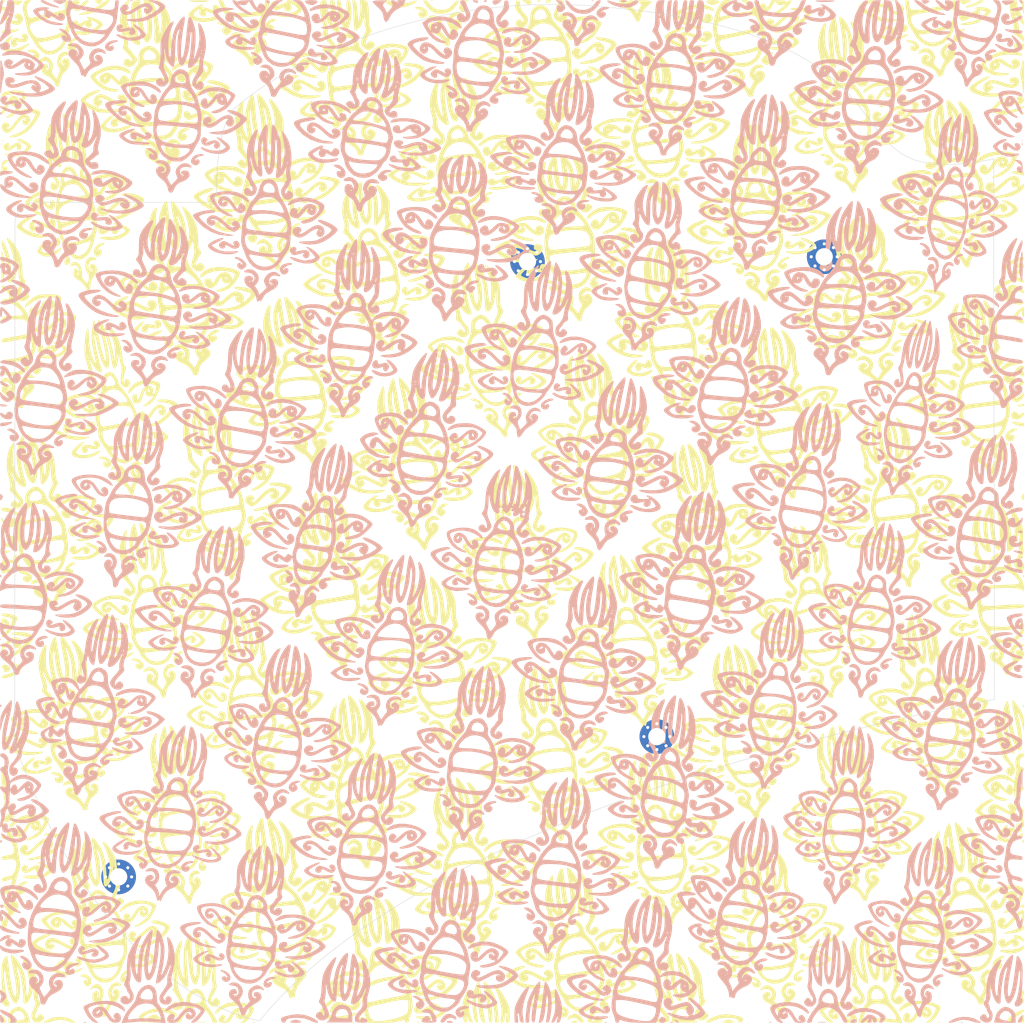
<source format=kicad_pcb>
(kicad_pcb (version 20241229) (generator "pcbnew") (generator_version "9.0")
  (layers (0 "F.Cu" signal) (2 "B.Cu" signal) (13 "F.Paste" user) (15 "B.Paste" user) (5 "F.SilkS" user "F.Silkscreen") (7 "B.SilkS" user "B.Silkscreen") (1 "F.Mask" user) (3 "B.Mask" user) (25 "Edge.Cuts" user))
  (net 0 "")
  (footprint "MountingHole:MountingHole_2.2mm_M2_Pad_Via" (layer "F.Cu") (at 156.48 67.78)
    (property "Reference" "  " (at 0 -3.15 0) (layer "F.SilkS"))
    (property "Value" "MountingHole_2.2mm_M2_Pad_Via")
    (pad "1" thru_hole circle (at -1.65 0) (size 0.7 0.7) (drill 0.4) (layers "*.Cu" "*.Mask"))
    (pad "1" thru_hole circle (at -1.166726 -1.166726) (size 0.7 0.7) (drill 0.4) (layers "*.Cu" "*.Mask"))
    (pad "1" thru_hole circle (at -1.166726 1.166726) (size 0.7 0.7) (drill 0.4) (layers "*.Cu" "*.Mask"))
    (pad "1" thru_hole circle (at 0 -1.65) (size 0.7 0.7) (drill 0.4) (layers "*.Cu" "*.Mask"))
    (pad "1" thru_hole circle (at 0 0) (size 4.4 4.4) (drill 2.2) (layers "*.Cu" "*.Mask"))
    (pad "1" thru_hole circle (at 0 1.65) (size 0.7 0.7) (drill 0.4) (layers "*.Cu" "*.Mask"))
    (pad "1" thru_hole circle (at 1.166726 -1.166726) (size 0.7 0.7) (drill 0.4) (layers "*.Cu" "*.Mask"))
    (pad "1" thru_hole circle (at 1.166726 1.166726) (size 0.7 0.7) (drill 0.4) (layers "*.Cu" "*.Mask"))
    (pad "1" thru_hole circle (at 1.65 0) (size 0.7 0.7) (drill 0.4) (layers "*.Cu" "*.Mask"))
  )
  (footprint "Library:hollow pattern" (layer "F.Cu") (at 154.61 99.56)
    (property "Reference" "G***" (at 0 0 0) (layer "F.SilkS") (effects (font (size 1.5 1.5) (thickness 0.3))))
    (property "Value" "LOGO" (hide yes))
  )
  (footprint "MountingHole:MountingHole_2.2mm_M2_Pad_Via" (layer "F.Cu") (at 172.94 128.19)
    (property "Reference" "  " (at 0 -3.15 0) (layer "F.SilkS"))
    (property "Value" "MountingHole_2.2mm_M2_Pad_Via")
    (pad "1" thru_hole circle (at -1.65 0) (size 0.7 0.7) (drill 0.4) (layers "*.Cu" "*.Mask"))
    (pad "1" thru_hole circle (at -1.166726 -1.166726) (size 0.7 0.7) (drill 0.4) (layers "*.Cu" "*.Mask"))
    (pad "1" thru_hole circle (at -1.166726 1.166726) (size 0.7 0.7) (drill 0.4) (layers "*.Cu" "*.Mask"))
    (pad "1" thru_hole circle (at 0 -1.65) (size 0.7 0.7) (drill 0.4) (layers "*.Cu" "*.Mask"))
    (pad "1" thru_hole circle (at 0 0) (size 4.4 4.4) (drill 2.2) (layers "*.Cu" "*.Mask"))
    (pad "1" thru_hole circle (at 0 1.65) (size 0.7 0.7) (drill 0.4) (layers "*.Cu" "*.Mask"))
    (pad "1" thru_hole circle (at 1.166726 -1.166726) (size 0.7 0.7) (drill 0.4) (layers "*.Cu" "*.Mask"))
    (pad "1" thru_hole circle (at 1.166726 1.166726) (size 0.7 0.7) (drill 0.4) (layers "*.Cu" "*.Mask"))
    (pad "1" thru_hole circle (at 1.65 0) (size 0.7 0.7) (drill 0.4) (layers "*.Cu" "*.Mask"))
  )
  (footprint "MountingHole:MountingHole_2.2mm_M2_Pad_Via" (layer "F.Cu") (at 104.49 146.03)
    (property "Reference" "  " (at 0 -3.15 0) (layer "F.SilkS"))
    (property "Value" "MountingHole_2.2mm_M2_Pad_Via")
    (pad "1" thru_hole circle (at -1.65 0) (size 0.7 0.7) (drill 0.4) (layers "*.Cu" "*.Mask"))
    (pad "1" thru_hole circle (at -1.166726 -1.166726) (size 0.7 0.7) (drill 0.4) (layers "*.Cu" "*.Mask"))
    (pad "1" thru_hole circle (at -1.166726 1.166726) (size 0.7 0.7) (drill 0.4) (layers "*.Cu" "*.Mask"))
    (pad "1" thru_hole circle (at 0 -1.65) (size 0.7 0.7) (drill 0.4) (layers "*.Cu" "*.Mask"))
    (pad "1" thru_hole circle (at 0 0) (size 4.4 4.4) (drill 2.2) (layers "*.Cu" "*.Mask"))
    (pad "1" thru_hole circle (at 0 1.65) (size 0.7 0.7) (drill 0.4) (layers "*.Cu" "*.Mask"))
    (pad "1" thru_hole circle (at 1.166726 -1.166726) (size 0.7 0.7) (drill 0.4) (layers "*.Cu" "*.Mask"))
    (pad "1" thru_hole circle (at 1.166726 1.166726) (size 0.7 0.7) (drill 0.4) (layers "*.Cu" "*.Mask"))
    (pad "1" thru_hole circle (at 1.65 0) (size 0.7 0.7) (drill 0.4) (layers "*.Cu" "*.Mask"))
  )
  (footprint "MountingHole:MountingHole_2.2mm_M2_Pad_Via" (layer "F.Cu") (at 194.22 67.17)
    (property "Reference" "  " (at 0 -3.15 0) (layer "F.SilkS"))
    (property "Value" "MountingHole_2.2mm_M2_Pad_Via")
    (pad "1" thru_hole circle (at -1.65 0) (size 0.7 0.7) (drill 0.4) (layers "*.Cu" "*.Mask"))
    (pad "1" thru_hole circle (at -1.166726 -1.166726) (size 0.7 0.7) (drill 0.4) (layers "*.Cu" "*.Mask"))
    (pad "1" thru_hole circle (at -1.166726 1.166726) (size 0.7 0.7) (drill 0.4) (layers "*.Cu" "*.Mask"))
    (pad "1" thru_hole circle (at 0 -1.65) (size 0.7 0.7) (drill 0.4) (layers "*.Cu" "*.Mask"))
    (pad "1" thru_hole circle (at 0 0) (size 4.4 4.4) (drill 2.2) (layers "*.Cu" "*.Mask"))
    (pad "1" thru_hole circle (at 0 1.65) (size 0.7 0.7) (drill 0.4) (layers "*.Cu" "*.Mask"))
    (pad "1" thru_hole circle (at 1.166726 -1.166726) (size 0.7 0.7) (drill 0.4) (layers "*.Cu" "*.Mask"))
    (pad "1" thru_hole circle (at 1.166726 1.166726) (size 0.7 0.7) (drill 0.4) (layers "*.Cu" "*.Mask"))
    (pad "1" thru_hole circle (at 1.65 0) (size 0.7 0.7) (drill 0.4) (layers "*.Cu" "*.Mask"))
  )
  (footprint "Library:hollow pattern" (layer "B.Cu") (at 154.44 99.56 180)
    (property "Reference" "G***" (at 0 0 0) (layer "B.SilkS") (effects (font (size 1.5 1.5) (thickness 0.3)) (justify mirror)))
    (property "Value" "LOGO" (hide yes))
  )
  (gr_line (start 215.77 54.73) (end 215.86 123.47) (stroke (width 0.05)) (layer "Edge.Cuts"))
  (gr_curve (pts (xy 119.33 48.19) (xy 127.61 41.1) (xy 145.07 33.78) (xy 165.02 35.28)) (stroke (width 0.05)) (layer "Edge.Cuts"))
  (gr_line (start 115.49 60.26) (end 94 60.23) (stroke (width 0.05)) (layer "Edge.Cuts"))
  (gr_arc (start 91.31 62.92) (mid 92.097883 61.017883) (end 94 60.23) (stroke (width 0.05)) (layer "Edge.Cuts"))
  (gr_line (start 91.31 62.92) (end 91.28 129.11) (stroke (width 0.05)) (layer "Edge.Cuts"))
  (gr_curve (pts (xy 116.95 58.8) (xy 116.95 50.11) (xy 119.17 48.37) (xy 119.25 48.28)) (stroke (width 0.05)) (layer "Edge.Cuts"))
  (gr_curve (pts (xy 119.25 48.28) (xy 119.33 48.19) (xy 119.33 48.19) (xy 119.33 48.19)) (stroke (width 0.05)) (layer "Edge.Cuts"))
  (gr_curve (pts (xy 165.02 35.28) (xy 210.97 39) (xy 192.18 59.48) (xy 215.77 54.73)) (stroke (width 0.05)) (layer "Edge.Cuts"))
  (gr_curve (pts (xy 122.43 164.32) (xy 145.91 135.34) (xy 215.86 123.47) (xy 215.86 123.47)) (stroke (width 0.05)) (layer "Edge.Cuts"))
  (gr_arc (start 116.95 58.8) (mid 116.522376 59.832376) (end 115.49 60.26) (stroke (width 0.05)) (layer "Edge.Cuts"))
  (gr_curve (pts (xy 91.28 129.11) (xy 102.78 161.6) (xy 122.43 164.32) (xy 122.43 164.32)) (stroke (width 0.05)) (layer "Edge.Cuts"))
)
</source>
